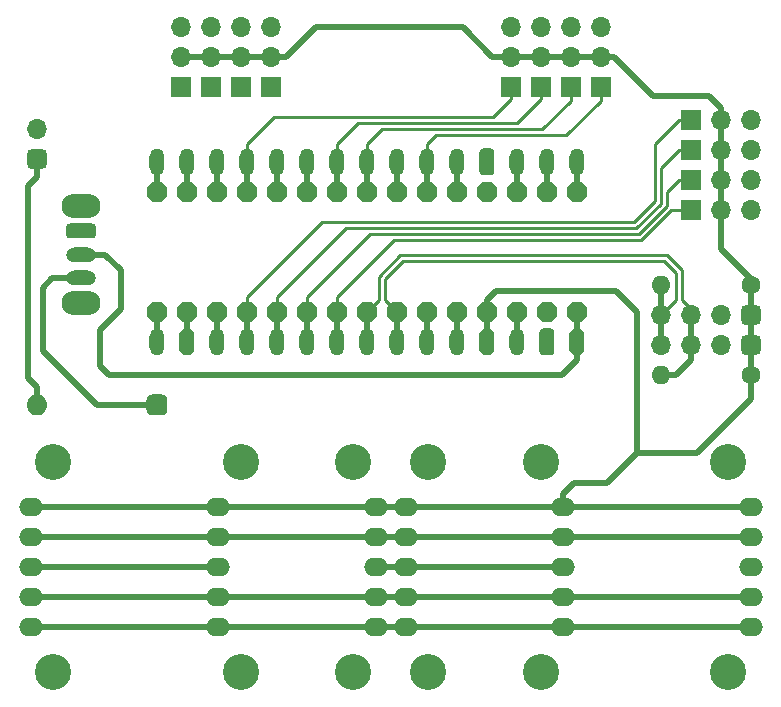
<source format=gbr>
%TF.GenerationSoftware,KiCad,Pcbnew,8.0.2-8.0.2-0~ubuntu22.04.1*%
%TF.CreationDate,2024-05-13T05:44:20+05:30*%
%TF.ProjectId,BagTag,42616754-6167-42e6-9b69-6361645f7063,v4*%
%TF.SameCoordinates,Original*%
%TF.FileFunction,Copper,L1,Top*%
%TF.FilePolarity,Positive*%
%FSLAX46Y46*%
G04 Gerber Fmt 4.6, Leading zero omitted, Abs format (unit mm)*
G04 Created by KiCad (PCBNEW 8.0.2-8.0.2-0~ubuntu22.04.1) date 2024-05-13 05:44:20*
%MOMM*%
%LPD*%
G01*
G04 APERTURE LIST*
G04 Aperture macros list*
%AMRoundRect*
0 Rectangle with rounded corners*
0 $1 Rounding radius*
0 $2 $3 $4 $5 $6 $7 $8 $9 X,Y pos of 4 corners*
0 Add a 4 corners polygon primitive as box body*
4,1,4,$2,$3,$4,$5,$6,$7,$8,$9,$2,$3,0*
0 Add four circle primitives for the rounded corners*
1,1,$1+$1,$2,$3*
1,1,$1+$1,$4,$5*
1,1,$1+$1,$6,$7*
1,1,$1+$1,$8,$9*
0 Add four rect primitives between the rounded corners*
20,1,$1+$1,$2,$3,$4,$5,0*
20,1,$1+$1,$4,$5,$6,$7,0*
20,1,$1+$1,$6,$7,$8,$9,0*
20,1,$1+$1,$8,$9,$2,$3,0*%
%AMOutline5P*
0 Free polygon, 5 corners , with rotation*
0 The origin of the aperture is its center*
0 number of corners: always 5*
0 $1 to $10 corner X, Y*
0 $11 Rotation angle, in degrees counterclockwise*
0 create outline with 5 corners*
4,1,5,$1,$2,$3,$4,$5,$6,$7,$8,$9,$10,$1,$2,$11*%
%AMOutline6P*
0 Free polygon, 6 corners , with rotation*
0 The origin of the aperture is its center*
0 number of corners: always 6*
0 $1 to $12 corner X, Y*
0 $13 Rotation angle, in degrees counterclockwise*
0 create outline with 6 corners*
4,1,6,$1,$2,$3,$4,$5,$6,$7,$8,$9,$10,$11,$12,$1,$2,$13*%
%AMOutline7P*
0 Free polygon, 7 corners , with rotation*
0 The origin of the aperture is its center*
0 number of corners: always 7*
0 $1 to $14 corner X, Y*
0 $15 Rotation angle, in degrees counterclockwise*
0 create outline with 7 corners*
4,1,7,$1,$2,$3,$4,$5,$6,$7,$8,$9,$10,$11,$12,$13,$14,$1,$2,$15*%
%AMOutline8P*
0 Free polygon, 8 corners , with rotation*
0 The origin of the aperture is its center*
0 number of corners: always 8*
0 $1 to $16 corner X, Y*
0 $17 Rotation angle, in degrees counterclockwise*
0 create outline with 8 corners*
4,1,8,$1,$2,$3,$4,$5,$6,$7,$8,$9,$10,$11,$12,$13,$14,$15,$16,$1,$2,$17*%
G04 Aperture macros list end*
%TA.AperFunction,ComponentPad*%
%ADD10RoundRect,0.425000X-0.425000X-0.425000X0.425000X-0.425000X0.425000X0.425000X-0.425000X0.425000X0*%
%TD*%
%TA.AperFunction,ComponentPad*%
%ADD11O,1.700000X1.700000*%
%TD*%
%TA.AperFunction,ComponentPad*%
%ADD12RoundRect,0.425000X-0.425000X0.425000X-0.425000X-0.425000X0.425000X-0.425000X0.425000X0.425000X0*%
%TD*%
%TA.AperFunction,ComponentPad*%
%ADD13R,1.700000X1.700000*%
%TD*%
%TA.AperFunction,ComponentPad*%
%ADD14RoundRect,0.444500X0.444500X0.444500X-0.444500X0.444500X-0.444500X-0.444500X0.444500X-0.444500X0*%
%TD*%
%TA.AperFunction,ComponentPad*%
%ADD15O,1.778000X1.778000*%
%TD*%
%TA.AperFunction,ComponentPad*%
%ADD16Outline8P,-0.850000X0.340000X-0.340000X0.850000X0.340000X0.850000X0.850000X0.340000X0.850000X-0.340000X0.340000X-0.850000X-0.340000X-0.850000X-0.850000X-0.340000X180.000000*%
%TD*%
%TA.AperFunction,WasherPad*%
%ADD17C,3.048000*%
%TD*%
%TA.AperFunction,ComponentPad*%
%ADD18O,2.032000X1.524000*%
%TD*%
%TA.AperFunction,ComponentPad*%
%ADD19C,1.600000*%
%TD*%
%TA.AperFunction,ComponentPad*%
%ADD20O,1.600000X1.600000*%
%TD*%
%TA.AperFunction,ComponentPad*%
%ADD21Outline8P,-1.143000X0.254000X-0.762000X0.635000X0.762000X0.635000X1.143000X0.254000X1.143000X-0.254000X0.762000X-0.635000X-0.762000X-0.635000X-1.143000X-0.254000X270.000000*%
%TD*%
%TA.AperFunction,ComponentPad*%
%ADD22O,1.270000X2.286000*%
%TD*%
%TA.AperFunction,ComponentPad*%
%ADD23RoundRect,0.317500X-0.317500X0.825500X-0.317500X-0.825500X0.317500X-0.825500X0.317500X0.825500X0*%
%TD*%
%TA.AperFunction,ComponentPad*%
%ADD24O,3.302000X2.032000*%
%TD*%
%TA.AperFunction,ComponentPad*%
%ADD25O,2.540000X1.270000*%
%TD*%
%TA.AperFunction,ComponentPad*%
%ADD26RoundRect,0.317500X0.952500X-0.317500X0.952500X0.317500X-0.952500X0.317500X-0.952500X-0.317500X0*%
%TD*%
%TA.AperFunction,Conductor*%
%ADD27C,0.508000*%
%TD*%
%TA.AperFunction,Conductor*%
%ADD28C,0.254000*%
%TD*%
G04 APERTURE END LIST*
D10*
%TO.P,BT1,1,+*%
%TO.N,/9V*%
X50033000Y-58166000D03*
D11*
%TO.P,BT1,2,-*%
%TO.N,/GND*%
X50033000Y-55626000D03*
%TD*%
D12*
%TO.P,J2,1,Pin_1*%
%TO.N,/5V*%
X110490000Y-71374000D03*
D11*
%TO.P,J2,2,Pin_2*%
%TO.N,/GND*%
X107950000Y-71374000D03*
%TO.P,J2,3,Pin_3*%
%TO.N,/SDA*%
X105410000Y-71374000D03*
%TO.P,J2,4,Pin_4*%
%TO.N,/SCL*%
X102870000Y-71374000D03*
%TD*%
D12*
%TO.P,J1,1,Pin_1*%
%TO.N,/5V*%
X110490000Y-73914000D03*
D11*
%TO.P,J1,2,Pin_2*%
%TO.N,/GND*%
X107950000Y-73914000D03*
%TO.P,J1,3,Pin_3*%
%TO.N,/SDA*%
X105410000Y-73914000D03*
%TO.P,J1,4,Pin_4*%
%TO.N,/SCL*%
X102870000Y-73914000D03*
%TD*%
D13*
%TO.P,J10,1,Pin_1*%
%TO.N,/D9*%
X90170000Y-52055000D03*
D11*
%TO.P,J10,2,Pin_2*%
%TO.N,/5V*%
X90170000Y-49515000D03*
%TO.P,J10,3,Pin_3*%
%TO.N,/GND*%
X90170000Y-46975000D03*
%TD*%
D13*
%TO.P,J7,1,Pin_1*%
%TO.N,/D3*%
X97790000Y-52055000D03*
D11*
%TO.P,J7,2,Pin_2*%
%TO.N,/5V*%
X97790000Y-49515000D03*
%TO.P,J7,3,Pin_3*%
%TO.N,/GND*%
X97790000Y-46975000D03*
%TD*%
D13*
%TO.P,J13,1,Pin_1*%
%TO.N,/A2*%
X105410000Y-59944000D03*
D11*
%TO.P,J13,2,Pin_2*%
%TO.N,/5V*%
X107950000Y-59944000D03*
%TO.P,J13,3,Pin_3*%
%TO.N,/GND*%
X110490000Y-59944000D03*
%TD*%
D13*
%TO.P,J6,1,Pin_1*%
%TO.N,/D8*%
X62230000Y-52055000D03*
D11*
%TO.P,J6,2,Pin_2*%
%TO.N,/5V*%
X62230000Y-49515000D03*
%TO.P,J6,3,Pin_3*%
%TO.N,/GND*%
X62230000Y-46975000D03*
%TD*%
D13*
%TO.P,J11,1,Pin_1*%
%TO.N,/A0*%
X105410000Y-54864000D03*
D11*
%TO.P,J11,2,Pin_2*%
%TO.N,/5V*%
X107950000Y-54864000D03*
%TO.P,J11,3,Pin_3*%
%TO.N,/GND*%
X110490000Y-54864000D03*
%TD*%
D13*
%TO.P,J5,1,Pin_1*%
%TO.N,/D7*%
X64770000Y-52055000D03*
D11*
%TO.P,J5,2,Pin_2*%
%TO.N,/5V*%
X64770000Y-49515000D03*
%TO.P,J5,3,Pin_3*%
%TO.N,/GND*%
X64770000Y-46975000D03*
%TD*%
D13*
%TO.P,J12,1,Pin_1*%
%TO.N,/A1*%
X105410000Y-57404000D03*
D11*
%TO.P,J12,2,Pin_2*%
%TO.N,/5V*%
X107950000Y-57404000D03*
%TO.P,J12,3,Pin_3*%
%TO.N,/GND*%
X110490000Y-57404000D03*
%TD*%
D13*
%TO.P,J3,1,Pin_1*%
%TO.N,/D2*%
X69850000Y-52055000D03*
D11*
%TO.P,J3,2,Pin_2*%
%TO.N,/5V*%
X69850000Y-49515000D03*
%TO.P,J3,3,Pin_3*%
%TO.N,/GND*%
X69850000Y-46975000D03*
%TD*%
D13*
%TO.P,J4,1,Pin_1*%
%TO.N,/D4*%
X67310000Y-52055000D03*
D11*
%TO.P,J4,2,Pin_2*%
%TO.N,/5V*%
X67310000Y-49515000D03*
%TO.P,J4,3,Pin_3*%
%TO.N,/GND*%
X67310000Y-46975000D03*
%TD*%
D13*
%TO.P,J9,1,Pin_1*%
%TO.N,/D6*%
X92710000Y-52055000D03*
D11*
%TO.P,J9,2,Pin_2*%
%TO.N,/5V*%
X92710000Y-49515000D03*
%TO.P,J9,3,Pin_3*%
%TO.N,/GND*%
X92710000Y-46975000D03*
%TD*%
D13*
%TO.P,J8,1,Pin_1*%
%TO.N,/D5*%
X95250000Y-52055000D03*
D11*
%TO.P,J8,2,Pin_2*%
%TO.N,/5V*%
X95250000Y-49515000D03*
%TO.P,J8,3,Pin_3*%
%TO.N,/GND*%
X95250000Y-46975000D03*
%TD*%
D13*
%TO.P,J14,1,Pin_1*%
%TO.N,/A3*%
X105410000Y-62484000D03*
D11*
%TO.P,J14,2,Pin_2*%
%TO.N,/5V*%
X107950000Y-62484000D03*
%TO.P,J14,3,Pin_3*%
%TO.N,/GND*%
X110490000Y-62484000D03*
%TD*%
D14*
%TO.P,D1,1,K*%
%TO.N,/8V3*%
X60198000Y-78994000D03*
D15*
%TO.P,D1,2,A*%
%TO.N,/9V*%
X50038000Y-78994000D03*
%TD*%
D16*
%TO.P,J43,1,Pin_1*%
%TO.N,/A0*%
X67818000Y-71120000D03*
%TD*%
%TO.P,J44,1,Pin_1*%
%TO.N,/AREF*%
X65278000Y-71120000D03*
%TD*%
%TO.P,J40,1,Pin_1*%
%TO.N,/A3*%
X75438000Y-71120000D03*
%TD*%
%TO.P,J49,1,Pin_1*%
%TO.N,/GND*%
X88138000Y-60960000D03*
%TD*%
%TO.P,J42,1,Pin_1*%
%TO.N,/A1*%
X70358000Y-71120000D03*
%TD*%
%TO.P,J20,1,Pin_1*%
%TO.N,/D2*%
X85598000Y-60960000D03*
%TD*%
D17*
%TO.P,LED2,*%
%TO.N,*%
X83185000Y-83820000D03*
X83185000Y-101600000D03*
X108585000Y-83820000D03*
X108585000Y-101600000D03*
D18*
%TO.P,LED2,CLK,CLK*%
%TO.N,/MOSI*%
X81280000Y-97790000D03*
X110490000Y-97790000D03*
%TO.P,LED2,CS,CS*%
%TO.N,/D10*%
X81280000Y-95250000D03*
X110490000Y-95250000D03*
%TO.P,LED2,DIN,DIN*%
%TO.N,/DOUT*%
X81280000Y-92710000D03*
%TO.P,LED2,DOUT,DOUT*%
%TO.N,unconnected-(LED2-PadDOUT)*%
X110490000Y-92710000D03*
%TO.P,LED2,GND,GND*%
%TO.N,/GND*%
X81280000Y-90170000D03*
X110490000Y-90170000D03*
%TO.P,LED2,VCC,VCC*%
%TO.N,/5V*%
X81280000Y-87630000D03*
X110490000Y-87630000D03*
%TD*%
D17*
%TO.P,LED1,*%
%TO.N,*%
X67310000Y-83820000D03*
X67310000Y-101600000D03*
X92710000Y-83820000D03*
X92710000Y-101600000D03*
D18*
%TO.P,LED1,CLK,CLK*%
%TO.N,/MOSI*%
X65405000Y-97790000D03*
X94615000Y-97790000D03*
%TO.P,LED1,CS,CS*%
%TO.N,/D10*%
X65405000Y-95250000D03*
X94615000Y-95250000D03*
%TO.P,LED1,DIN,DIN*%
%TO.N,/MISO*%
X65405000Y-92710000D03*
%TO.P,LED1,DOUT,DOUT*%
%TO.N,/DOUT*%
X94615000Y-92710000D03*
%TO.P,LED1,GND,GND*%
%TO.N,/GND*%
X65405000Y-90170000D03*
X94615000Y-90170000D03*
%TO.P,LED1,VCC,VCC*%
%TO.N,/5V*%
X65405000Y-87630000D03*
X94615000Y-87630000D03*
%TD*%
D16*
%TO.P,J22,1,Pin_1*%
%TO.N,/D4*%
X80518000Y-60960000D03*
%TD*%
%TO.P,J39,1,Pin_1*%
%TO.N,/SDA*%
X77978000Y-71120000D03*
%TD*%
%TO.P,J37,1,Pin_1*%
%TO.N,/A6*%
X83058000Y-71120000D03*
%TD*%
%TO.P,J29,1,Pin_1*%
%TO.N,/MOSI*%
X62738000Y-60960000D03*
%TD*%
%TO.P,J47,1,Pin_1*%
%TO.N,/3V3*%
X62738000Y-71120000D03*
%TD*%
%TO.P,J23,1,Pin_1*%
%TO.N,/D5*%
X77978000Y-60960000D03*
%TD*%
%TO.P,J28,1,Pin_1*%
%TO.N,/D10*%
X65278000Y-60960000D03*
%TD*%
%TO.P,J34,1,Pin_1*%
%TO.N,/D0*%
X93218000Y-60960000D03*
%TD*%
%TO.P,J33,1,Pin_1*%
%TO.N,/RST1*%
X90678000Y-60960000D03*
%TD*%
%TO.P,J36,1,Pin_1*%
%TO.N,/A7*%
X85598000Y-71120000D03*
%TD*%
%TO.P,J48,1,Pin_1*%
%TO.N,/GND*%
X93218000Y-71120000D03*
%TD*%
%TO.P,J26,1,Pin_1*%
%TO.N,/D8*%
X70358000Y-60960000D03*
%TD*%
%TO.P,J46,1,Pin_1*%
%TO.N,/5V*%
X88138000Y-71120000D03*
%TD*%
%TO.P,J21,1,Pin_1*%
%TO.N,/D3*%
X83058000Y-60960000D03*
%TD*%
%TO.P,J41,1,Pin_1*%
%TO.N,/A2*%
X72898000Y-71120000D03*
%TD*%
D19*
%TO.P,R2,1*%
%TO.N,/5V*%
X110490000Y-68834000D03*
D20*
%TO.P,R2,2*%
%TO.N,/SCL*%
X102870000Y-68834000D03*
%TD*%
D16*
%TO.P,J31,1,Pin_1*%
%TO.N,/SCK*%
X60198000Y-71120000D03*
%TD*%
%TO.P,J30,1,Pin_1*%
%TO.N,/MISO*%
X60198000Y-60960000D03*
%TD*%
%TO.P,J24,1,Pin_1*%
%TO.N,/D6*%
X75438000Y-60960000D03*
%TD*%
%TO.P,J27,1,Pin_1*%
%TO.N,/D9*%
X67818000Y-60960000D03*
%TD*%
D21*
%TO.P,U1,3V3,3.3V*%
%TO.N,/3V3*%
X62738000Y-73660000D03*
%TO.P,U1,5V,5V*%
%TO.N,/5V*%
X88138000Y-73660000D03*
D22*
%TO.P,U1,A0,A0*%
%TO.N,/A0*%
X67818000Y-73660000D03*
%TO.P,U1,A1,A1*%
%TO.N,/A1*%
X70358000Y-73660000D03*
%TO.P,U1,A2,A2*%
%TO.N,/A2*%
X72898000Y-73660000D03*
%TO.P,U1,A3,A3*%
%TO.N,/A3*%
X75438000Y-73660000D03*
%TO.P,U1,A4,A4/SDA*%
%TO.N,/SDA*%
X77978000Y-73660000D03*
%TO.P,U1,A5,A5/SCL*%
%TO.N,/SCL*%
X80518000Y-73660000D03*
%TO.P,U1,A6,A6*%
%TO.N,/A6*%
X83058000Y-73660000D03*
%TO.P,U1,A7,A7*%
%TO.N,/A7*%
X85598000Y-73660000D03*
%TO.P,U1,AREF,AREF*%
%TO.N,/AREF*%
X65278000Y-73660000D03*
%TO.P,U1,D0,D0/RX*%
%TO.N,/D0*%
X93218000Y-58420000D03*
%TO.P,U1,D1,D1/TX*%
%TO.N,/D1*%
X95758000Y-58420000D03*
%TO.P,U1,D2,D2_INT0*%
%TO.N,/D2*%
X85598000Y-58420000D03*
%TO.P,U1,D3,D3_INT1*%
%TO.N,/D3*%
X83058000Y-58420000D03*
%TO.P,U1,D4,D4*%
%TO.N,/D4*%
X80518000Y-58420000D03*
%TO.P,U1,D5,D5*%
%TO.N,/D5*%
X77978000Y-58420000D03*
%TO.P,U1,D6,D6*%
%TO.N,/D6*%
X75438000Y-58420000D03*
%TO.P,U1,D7,D7*%
%TO.N,/D7*%
X72898000Y-58420000D03*
%TO.P,U1,D8,D8*%
%TO.N,/D8*%
X70358000Y-58420000D03*
%TO.P,U1,D9,D9*%
%TO.N,/D9*%
X67818000Y-58420000D03*
%TO.P,U1,D10,D10*%
%TO.N,/D10*%
X65278000Y-58420000D03*
%TO.P,U1,D11,D11_MOSI*%
%TO.N,/MOSI*%
X62738000Y-58420000D03*
%TO.P,U1,D12,D12_MISO*%
%TO.N,/MISO*%
X60198000Y-58420000D03*
%TO.P,U1,D13,D13_SCK*%
%TO.N,/SCK*%
X60198000Y-73660000D03*
D23*
%TO.P,U1,GND1,GND*%
%TO.N,/GND*%
X88138000Y-58420000D03*
%TO.P,U1,GND2,GND*%
X93218000Y-73660000D03*
D22*
%TO.P,U1,RST1,RESET*%
%TO.N,/RST1*%
X90678000Y-58420000D03*
%TO.P,U1,RST2,RESET*%
X90678000Y-73660000D03*
D21*
%TO.P,U1,VIN,VIN*%
%TO.N,/VIN*%
X95758000Y-73660000D03*
%TD*%
D17*
%TO.P,LED3,*%
%TO.N,*%
X51435000Y-83820000D03*
X51435000Y-101600000D03*
X76835000Y-83820000D03*
X76835000Y-101600000D03*
D18*
%TO.P,LED3,CLK,CLK*%
%TO.N,/MOSI*%
X49530000Y-97790000D03*
X78740000Y-97790000D03*
%TO.P,LED3,CS,CS*%
%TO.N,/D10*%
X49530000Y-95250000D03*
X78740000Y-95250000D03*
%TO.P,LED3,DIN,DIN*%
%TO.N,/MISO*%
X49530000Y-92710000D03*
%TO.P,LED3,DOUT,DOUT*%
%TO.N,/DOUT*%
X78740000Y-92710000D03*
%TO.P,LED3,GND,GND*%
%TO.N,/GND*%
X49530000Y-90170000D03*
X78740000Y-90170000D03*
%TO.P,LED3,VCC,VCC*%
%TO.N,/5V*%
X49530000Y-87630000D03*
X78740000Y-87630000D03*
%TD*%
D24*
%TO.P,SW1,*%
%TO.N,*%
X53816000Y-62162000D03*
X53816000Y-70362000D03*
D25*
%TO.P,SW1,1,A*%
%TO.N,/8V3*%
X53816000Y-68262000D03*
%TO.P,SW1,2,B*%
%TO.N,/VIN*%
X53816000Y-66262000D03*
D26*
%TO.P,SW1,3*%
%TO.N,N/C*%
X53816000Y-64262000D03*
%TD*%
D16*
%TO.P,J45,1,Pin_1*%
%TO.N,/VIN*%
X95758000Y-71120000D03*
%TD*%
%TO.P,J38,1,Pin_1*%
%TO.N,/SCL*%
X80518000Y-71120000D03*
%TD*%
%TO.P,J25,1,Pin_1*%
%TO.N,/D7*%
X72898000Y-60960000D03*
%TD*%
%TO.P,J35,1,Pin_1*%
%TO.N,/D1*%
X95758000Y-60960000D03*
%TD*%
D19*
%TO.P,R1,1*%
%TO.N,/5V*%
X110490000Y-76454000D03*
D20*
%TO.P,R1,2*%
%TO.N,/SDA*%
X102870000Y-76454000D03*
%TD*%
D16*
%TO.P,J32,1,Pin_1*%
%TO.N,/RST1*%
X90678000Y-71120000D03*
%TD*%
D27*
%TO.N,/GND*%
X65405000Y-90170000D02*
X49530000Y-90170000D01*
X81280000Y-90170000D02*
X78740000Y-90170000D01*
X94615000Y-90170000D02*
X81280000Y-90170000D01*
X110490000Y-90170000D02*
X94615000Y-90170000D01*
D28*
%TO.N,/D3*%
X83058000Y-58420000D02*
X83058000Y-56896000D01*
X83058000Y-56896000D02*
X83820000Y-56134000D01*
X83820000Y-56134000D02*
X94869000Y-56134000D01*
X94869000Y-56134000D02*
X97790000Y-53213000D01*
X97790000Y-53213000D02*
X97790000Y-52055000D01*
%TO.N,/D5*%
X77978000Y-58420000D02*
X77978000Y-56896000D01*
X77978000Y-56896000D02*
X79248000Y-55626000D01*
X79248000Y-55626000D02*
X92837000Y-55626000D01*
X92837000Y-55626000D02*
X95250000Y-53213000D01*
X95250000Y-53213000D02*
X95250000Y-52055000D01*
%TO.N,/D6*%
X75438000Y-58420000D02*
X75438000Y-56896000D01*
X75438000Y-56896000D02*
X77216000Y-55118000D01*
X77216000Y-55118000D02*
X90678000Y-55118000D01*
X90678000Y-55118000D02*
X92710000Y-53086000D01*
X92710000Y-53086000D02*
X92710000Y-52055000D01*
%TO.N,/D9*%
X67818000Y-58420000D02*
X67818000Y-56896000D01*
X67818000Y-56896000D02*
X70104000Y-54610000D01*
X70104000Y-54610000D02*
X88646000Y-54610000D01*
X88646000Y-54610000D02*
X90170000Y-53086000D01*
X90170000Y-53086000D02*
X90170000Y-52040000D01*
%TO.N,/A1*%
X105410000Y-57404000D02*
X104394000Y-57404000D01*
X100794420Y-64008000D02*
X76200000Y-64008000D01*
X104394000Y-57404000D02*
X102870000Y-58928000D01*
X102870000Y-58928000D02*
X102870000Y-61932420D01*
X102870000Y-61932420D02*
X100794420Y-64008000D01*
X76200000Y-64008000D02*
X70358000Y-69850000D01*
X70358000Y-69850000D02*
X70358000Y-71120000D01*
%TO.N,/A0*%
X105410000Y-54864000D02*
X104394000Y-54864000D01*
X104394000Y-54864000D02*
X102362000Y-56896000D01*
X102362000Y-56896000D02*
X102362000Y-61722000D01*
X102362000Y-61722000D02*
X100584000Y-63500000D01*
X100584000Y-63500000D02*
X74168000Y-63500000D01*
X74168000Y-63500000D02*
X67818000Y-69850000D01*
X67818000Y-69850000D02*
X67818000Y-71120000D01*
%TO.N,/A3*%
X105410000Y-62484000D02*
X103755260Y-62484000D01*
X80264000Y-65024000D02*
X75438000Y-69850000D01*
X103755260Y-62484000D02*
X101215260Y-65024000D01*
X101215260Y-65024000D02*
X80264000Y-65024000D01*
X75438000Y-69850000D02*
X75438000Y-71120000D01*
%TO.N,/A2*%
X105410000Y-59944000D02*
X104394000Y-59944000D01*
X104394000Y-59944000D02*
X103378000Y-60960000D01*
X103378000Y-60960000D02*
X103378000Y-62142840D01*
X103378000Y-62142840D02*
X101004840Y-64516000D01*
X101004840Y-64516000D02*
X78232000Y-64516000D01*
X72898000Y-69850000D02*
X72898000Y-71120000D01*
X78232000Y-64516000D02*
X72898000Y-69850000D01*
%TO.N,/SDA*%
X105410000Y-71374000D02*
X105410000Y-70866000D01*
X105410000Y-70866000D02*
X104648000Y-70104000D01*
X104648000Y-70104000D02*
X104648000Y-67564000D01*
X80815580Y-66294000D02*
X78994000Y-68115580D01*
X104648000Y-67564000D02*
X103378000Y-66294000D01*
X78994000Y-68115580D02*
X78994000Y-70104000D01*
X103378000Y-66294000D02*
X80815580Y-66294000D01*
X78994000Y-70104000D02*
X77978000Y-71120000D01*
%TO.N,/SCL*%
X80518000Y-71120000D02*
X79502000Y-70104000D01*
X79502000Y-70104000D02*
X79502000Y-68326000D01*
X79502000Y-68326000D02*
X81026000Y-66802000D01*
X81026000Y-66802000D02*
X103124000Y-66802000D01*
X103124000Y-66802000D02*
X104140000Y-67818000D01*
X104140000Y-67818000D02*
X104140000Y-70104000D01*
X104140000Y-70104000D02*
X102870000Y-71374000D01*
D27*
%TO.N,/GND*%
X65405000Y-90170000D02*
X78740000Y-90170000D01*
%TO.N,/SCL*%
X80518000Y-73660000D02*
X80518000Y-71120000D01*
X102870000Y-71374000D02*
X102870000Y-68834000D01*
X102870000Y-73914000D02*
X102870000Y-71374000D01*
%TO.N,/SDA*%
X77978000Y-73660000D02*
X77978000Y-71120000D01*
X104140000Y-76454000D02*
X102870000Y-76454000D01*
X105410000Y-75184000D02*
X104140000Y-76454000D01*
X105410000Y-73914000D02*
X105410000Y-75184000D01*
X105410000Y-71374000D02*
X105410000Y-73914000D01*
%TO.N,/5V*%
X95250000Y-49515000D02*
X97790000Y-49515000D01*
X110490000Y-78486000D02*
X105918000Y-83058000D01*
X49530000Y-87630000D02*
X65405000Y-87630000D01*
X71135000Y-49515000D02*
X73660000Y-46990000D01*
X110490000Y-71374000D02*
X110490000Y-73914000D01*
X94615000Y-86487000D02*
X94615000Y-87630000D01*
X78740000Y-87630000D02*
X81280000Y-87630000D01*
X107950000Y-57404000D02*
X107950000Y-59944000D01*
X106934000Y-52832000D02*
X102235000Y-52832000D01*
X88138000Y-73660000D02*
X88138000Y-71120000D01*
X107950000Y-54864000D02*
X107950000Y-53848000D01*
X107950000Y-62484000D02*
X107950000Y-65786000D01*
X92695000Y-49500000D02*
X92710000Y-49515000D01*
X107950000Y-65786000D02*
X110490000Y-68326000D01*
X102235000Y-52832000D02*
X98918000Y-49515000D01*
X73660000Y-46990000D02*
X86106000Y-46990000D01*
X98918000Y-49515000D02*
X97790000Y-49515000D01*
X86106000Y-46990000D02*
X88616000Y-49500000D01*
X107950000Y-54864000D02*
X107950000Y-57404000D01*
X95504000Y-85598000D02*
X94615000Y-86487000D01*
X100838000Y-77470000D02*
X100838000Y-83058000D01*
X100838000Y-77470000D02*
X100838000Y-71120000D01*
X107950000Y-53848000D02*
X106934000Y-52832000D01*
X64770000Y-49515000D02*
X67310000Y-49515000D01*
X107950000Y-59944000D02*
X107950000Y-62484000D01*
X88138000Y-70104000D02*
X88138000Y-71120000D01*
X65405000Y-87630000D02*
X78740000Y-87630000D01*
X90170000Y-49500000D02*
X92695000Y-49500000D01*
X110490000Y-76454000D02*
X110490000Y-78486000D01*
X62230000Y-49515000D02*
X64770000Y-49515000D01*
X92710000Y-49515000D02*
X95250000Y-49515000D01*
X88900000Y-69342000D02*
X88138000Y-70104000D01*
X69850000Y-49515000D02*
X71135000Y-49515000D01*
X67310000Y-49515000D02*
X69850000Y-49515000D01*
X99060000Y-69342000D02*
X88900000Y-69342000D01*
X110490000Y-68834000D02*
X110490000Y-71374000D01*
X110490000Y-68326000D02*
X110490000Y-68834000D01*
X110490000Y-73914000D02*
X110490000Y-76454000D01*
X100838000Y-83058000D02*
X98298000Y-85598000D01*
X88616000Y-49500000D02*
X90170000Y-49500000D01*
X81280000Y-87630000D02*
X110490000Y-87630000D01*
X98298000Y-85598000D02*
X95504000Y-85598000D01*
X105918000Y-83058000D02*
X100838000Y-83058000D01*
X100838000Y-71120000D02*
X99060000Y-69342000D01*
%TO.N,/D2*%
X85598000Y-58420000D02*
X85598000Y-60960000D01*
%TO.N,/D3*%
X83058000Y-60960000D02*
X83058000Y-58420000D01*
%TO.N,/D4*%
X80518000Y-58420000D02*
X80518000Y-60960000D01*
%TO.N,/D5*%
X77978000Y-60960000D02*
X77978000Y-58420000D01*
%TO.N,/D6*%
X75438000Y-58420000D02*
X75438000Y-60960000D01*
%TO.N,/D7*%
X72898000Y-60960000D02*
X72898000Y-58420000D01*
%TO.N,/D8*%
X70358000Y-58420000D02*
X70358000Y-60960000D01*
%TO.N,/D9*%
X67818000Y-60960000D02*
X67818000Y-58420000D01*
%TO.N,/D10*%
X49530000Y-95250000D02*
X65405000Y-95250000D01*
X78740000Y-95250000D02*
X81280000Y-95250000D01*
X65278000Y-58420000D02*
X65278000Y-60960000D01*
X81280000Y-95250000D02*
X94615000Y-95250000D01*
X94615000Y-95250000D02*
X110490000Y-95250000D01*
X65405000Y-95250000D02*
X78740000Y-95250000D01*
%TO.N,/MOSI*%
X94615000Y-97790000D02*
X81280000Y-97790000D01*
X110490000Y-97790000D02*
X94615000Y-97790000D01*
X65405000Y-97790000D02*
X49530000Y-97790000D01*
X78740000Y-97790000D02*
X65405000Y-97790000D01*
X81280000Y-97790000D02*
X78740000Y-97790000D01*
X62738000Y-60960000D02*
X62738000Y-58420000D01*
%TO.N,/MISO*%
X49530000Y-92710000D02*
X65405000Y-92710000D01*
X60198000Y-60960000D02*
X60198000Y-58420000D01*
%TO.N,/SCK*%
X60198000Y-73660000D02*
X60198000Y-71120000D01*
%TO.N,/RST1*%
X90678000Y-73660000D02*
X90678000Y-71120000D01*
X90678000Y-58420000D02*
X90678000Y-60960000D01*
%TO.N,/D0*%
X93218000Y-60960000D02*
X93218000Y-58420000D01*
%TO.N,/D1*%
X95758000Y-58420000D02*
X95758000Y-60960000D01*
%TO.N,/A7*%
X85598000Y-73660000D02*
X85598000Y-71120000D01*
%TO.N,/A6*%
X83058000Y-73660000D02*
X83058000Y-71120000D01*
%TO.N,/A3*%
X75438000Y-73660000D02*
X75438000Y-71120000D01*
%TO.N,/A2*%
X72898000Y-73660000D02*
X72898000Y-71120000D01*
%TO.N,/A1*%
X70358000Y-73660000D02*
X70358000Y-71120000D01*
%TO.N,/A0*%
X67818000Y-73660000D02*
X67818000Y-71120000D01*
%TO.N,/AREF*%
X65278000Y-73660000D02*
X65278000Y-71120000D01*
%TO.N,/3V3*%
X62738000Y-73660000D02*
X62738000Y-71120000D01*
%TO.N,/VIN*%
X94488000Y-76454000D02*
X95758000Y-75184000D01*
X56134000Y-76454000D02*
X94488000Y-76454000D01*
X53816000Y-66262000D02*
X55848000Y-66262000D01*
X95758000Y-75184000D02*
X95758000Y-73660000D01*
X55372000Y-72644000D02*
X55372000Y-75692000D01*
X95758000Y-73660000D02*
X95758000Y-71120000D01*
X57150000Y-67564000D02*
X57150000Y-70866000D01*
X55848000Y-66262000D02*
X57150000Y-67564000D01*
X57150000Y-70866000D02*
X55372000Y-72644000D01*
X55372000Y-75692000D02*
X56134000Y-76454000D01*
%TO.N,/9V*%
X49276000Y-76708000D02*
X49276000Y-60452000D01*
X50033000Y-59695000D02*
X49276000Y-60452000D01*
X50033000Y-58166000D02*
X50033000Y-59695000D01*
X50038000Y-78994000D02*
X50038000Y-77470000D01*
X50038000Y-77470000D02*
X49276000Y-76708000D01*
%TO.N,/8V3*%
X50546000Y-74422000D02*
X55118000Y-78994000D01*
X55118000Y-78994000D02*
X60198000Y-78994000D01*
X51372000Y-68262000D02*
X50546000Y-69088000D01*
X50546000Y-69088000D02*
X50546000Y-74422000D01*
X53816000Y-68262000D02*
X51372000Y-68262000D01*
%TO.N,/DOUT*%
X78740000Y-92710000D02*
X81280000Y-92710000D01*
X94615000Y-92710000D02*
X85090000Y-92710000D01*
X81280000Y-92710000D02*
X85090000Y-92710000D01*
%TD*%
M02*

</source>
